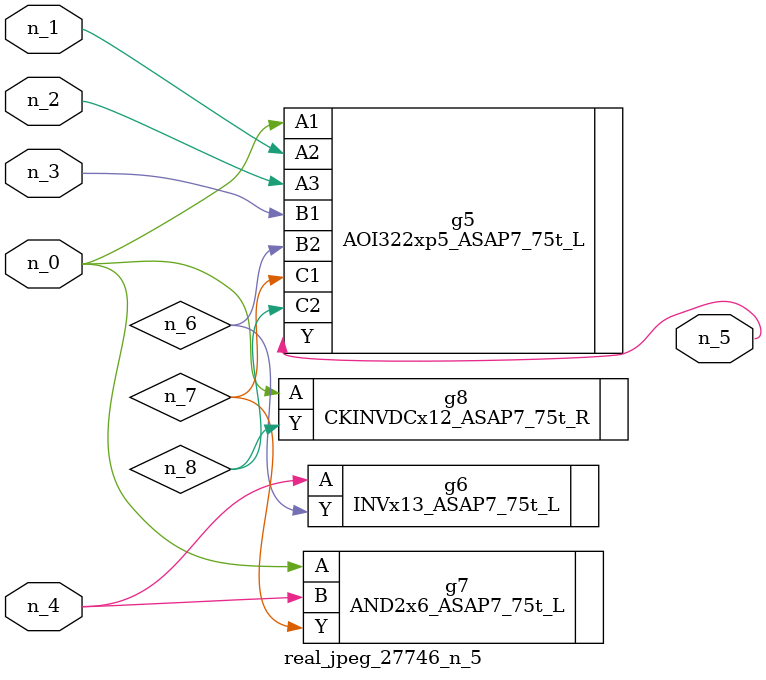
<source format=v>
module real_jpeg_27746_n_5 (n_4, n_0, n_1, n_2, n_3, n_5);

input n_4;
input n_0;
input n_1;
input n_2;
input n_3;

output n_5;

wire n_8;
wire n_6;
wire n_7;

AOI322xp5_ASAP7_75t_L g5 ( 
.A1(n_0),
.A2(n_1),
.A3(n_2),
.B1(n_3),
.B2(n_6),
.C1(n_7),
.C2(n_8),
.Y(n_5)
);

AND2x6_ASAP7_75t_L g7 ( 
.A(n_0),
.B(n_4),
.Y(n_7)
);

CKINVDCx12_ASAP7_75t_R g8 ( 
.A(n_0),
.Y(n_8)
);

INVx13_ASAP7_75t_L g6 ( 
.A(n_4),
.Y(n_6)
);


endmodule
</source>
